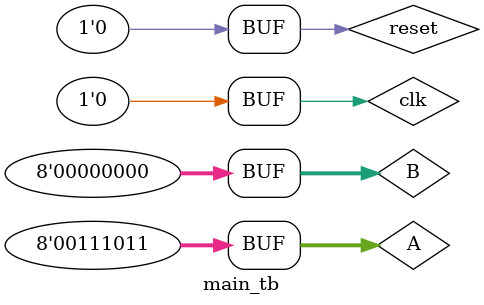
<source format=sv>
module main_tb;
  reg clk, reset;
  reg [7:0] A, B, out;
  reg [8:0] flag;
  
  main M(clk, reset, A, B, out, flag);
  
  initial 
    begin
      $dumpfile("dump.vcd");
      $dumpvars;
      
      clk = 1;
      reset = 1;
      A = 8'h7f;
      B = 8'h2f;
      #10;

      clk = 0;
      reset = 0;
	  #10;
      
      clk = 1;
      reset = 0;
      A = 8'hff;
      B = 8'h01;
      #10;
      
      clk = 0;
      #10;
      
      clk = 1;
      reset = 0;
      A = 8'h11;
      B = 8'h04;
      #10;
      
      clk = 0;
      #10;
      
      clk = 1;
      reset = 0;
      A = 8'h55;
      #10;
      
      clk = 0;
      #10;
      
      clk = 1;
      reset = 0;
      A = 8'h64;
      B = 8'h60;
      #10;
      
      clk = 0;
      #10;
      
      clk = 1;
      reset = 0;
      A = 8'h07;
      B = 8'h04;
      #10;
      
      clk = 0;
      #10;
      
      clk = 1;
      reset = 0;
      A = 8'h3c;
      B = 8'h53;
      #10;
      
      clk = 0;
      #10;
      
      clk = 1;
      reset = 0;
      A = 8'h04;
      B = 8'h04;
      #10;
      
      clk = 0;
      #10;
      
      clk = 1;
      reset = 0;
      A = 8'h0f;
      B = 8'h15;
      #10;
      
      clk = 0;
      #10;
      
      clk = 1;
      reset = 0;
      A = 8'h06;
      B = 8'h01;
      #10;
      
      clk = 0;
      #10;
      
      clk = 1;
      reset = 0;
      A = 8'h05;
      B = 8'h05;
      #10;
      
      clk = 0;
      #10;
      
      clk = 1;
      reset = 0;
      A = 8'h03;
      B = 8'h05;
      #10;
      
      clk = 0;
      #10;
      
      clk = 1;
      reset = 0;
      A = 8'hff;
      B = 8'h02;
      #10;
      
      clk = 0;
      #10;
      
      clk = 1;
      reset = 0;
      A = 8'hff;
      B = 8'h02;
      #10;
      
      clk = 0;
      #10;
      
      clk = 1;
      reset = 0;
      A = 8'haa;
      B = 8'h03;
      #10;
      
      clk = 0;
      #10;
      
      clk = 1;
      reset = 0;
      A = 8'h3b;
      B = 8'h00;
      #10;
      
      clk = 0;
      #10;
      

    end
endmodule

</source>
